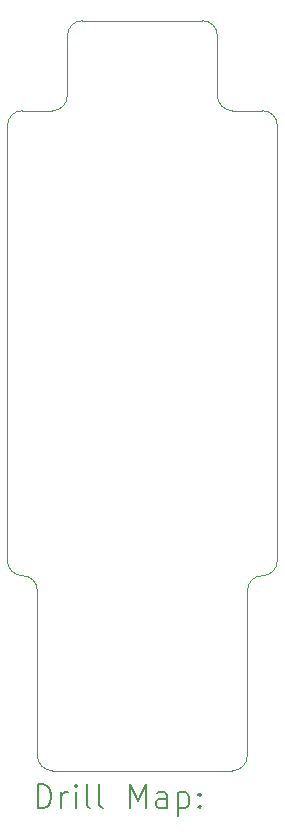
<source format=gbr>
%TF.GenerationSoftware,KiCad,Pcbnew,7.0.7*%
%TF.CreationDate,2023-09-17T23:45:08-06:00*%
%TF.ProjectId,dra818-breakout,64726138-3138-42d6-9272-65616b6f7574,1*%
%TF.SameCoordinates,Original*%
%TF.FileFunction,Drillmap*%
%TF.FilePolarity,Positive*%
%FSLAX45Y45*%
G04 Gerber Fmt 4.5, Leading zero omitted, Abs format (unit mm)*
G04 Created by KiCad (PCBNEW 7.0.7) date 2023-09-17 23:45:08*
%MOMM*%
%LPD*%
G01*
G04 APERTURE LIST*
%ADD10C,0.100000*%
%ADD11C,0.200000*%
G04 APERTURE END LIST*
D10*
X14224000Y-12827000D02*
G75*
G03*
X14351000Y-12954000I127000J0D01*
G01*
X14478000Y-6731000D02*
X14478000Y-7239000D01*
X16129000Y-11303000D02*
G75*
G03*
X16256000Y-11176000I0J127000D01*
G01*
X14097000Y-7366000D02*
X14351000Y-7366000D01*
X13970000Y-11176000D02*
G75*
G03*
X14097000Y-11303000I127000J0D01*
G01*
X16256000Y-7493000D02*
G75*
G03*
X16129000Y-7366000I-127000J0D01*
G01*
X16002000Y-11430000D02*
X16002000Y-12827000D01*
X14605000Y-6604000D02*
G75*
G03*
X14478000Y-6731000I0J-127000D01*
G01*
X15875000Y-12954000D02*
G75*
G03*
X16002000Y-12827000I0J127000D01*
G01*
X14097000Y-7366000D02*
G75*
G03*
X13970000Y-7493000I0J-127000D01*
G01*
X13970000Y-11176000D02*
X13970000Y-7493000D01*
X16256000Y-7493000D02*
X16256000Y-11176000D01*
X14351000Y-7366000D02*
G75*
G03*
X14478000Y-7239000I0J127000D01*
G01*
X14224000Y-11430000D02*
X14224000Y-12827000D01*
X15748000Y-6731000D02*
G75*
G03*
X15621000Y-6604000I-127000J0D01*
G01*
X15875000Y-7366000D02*
X16129000Y-7366000D01*
X14351000Y-12954000D02*
X15875000Y-12954000D01*
X14605000Y-6604000D02*
X15621000Y-6604000D01*
X14224000Y-11430000D02*
G75*
G03*
X14097000Y-11303000I-127000J0D01*
G01*
X15748000Y-7239000D02*
X15748000Y-6731000D01*
X15748000Y-7239000D02*
G75*
G03*
X15875000Y-7366000I127000J0D01*
G01*
X16129000Y-11303000D02*
G75*
G03*
X16002000Y-11430000I0J-127000D01*
G01*
D11*
X14225777Y-13270484D02*
X14225777Y-13070484D01*
X14225777Y-13070484D02*
X14273396Y-13070484D01*
X14273396Y-13070484D02*
X14301967Y-13080008D01*
X14301967Y-13080008D02*
X14321015Y-13099055D01*
X14321015Y-13099055D02*
X14330539Y-13118103D01*
X14330539Y-13118103D02*
X14340062Y-13156198D01*
X14340062Y-13156198D02*
X14340062Y-13184769D01*
X14340062Y-13184769D02*
X14330539Y-13222865D01*
X14330539Y-13222865D02*
X14321015Y-13241912D01*
X14321015Y-13241912D02*
X14301967Y-13260960D01*
X14301967Y-13260960D02*
X14273396Y-13270484D01*
X14273396Y-13270484D02*
X14225777Y-13270484D01*
X14425777Y-13270484D02*
X14425777Y-13137150D01*
X14425777Y-13175246D02*
X14435301Y-13156198D01*
X14435301Y-13156198D02*
X14444824Y-13146674D01*
X14444824Y-13146674D02*
X14463872Y-13137150D01*
X14463872Y-13137150D02*
X14482920Y-13137150D01*
X14549586Y-13270484D02*
X14549586Y-13137150D01*
X14549586Y-13070484D02*
X14540062Y-13080008D01*
X14540062Y-13080008D02*
X14549586Y-13089531D01*
X14549586Y-13089531D02*
X14559110Y-13080008D01*
X14559110Y-13080008D02*
X14549586Y-13070484D01*
X14549586Y-13070484D02*
X14549586Y-13089531D01*
X14673396Y-13270484D02*
X14654348Y-13260960D01*
X14654348Y-13260960D02*
X14644824Y-13241912D01*
X14644824Y-13241912D02*
X14644824Y-13070484D01*
X14778158Y-13270484D02*
X14759110Y-13260960D01*
X14759110Y-13260960D02*
X14749586Y-13241912D01*
X14749586Y-13241912D02*
X14749586Y-13070484D01*
X15006729Y-13270484D02*
X15006729Y-13070484D01*
X15006729Y-13070484D02*
X15073396Y-13213341D01*
X15073396Y-13213341D02*
X15140062Y-13070484D01*
X15140062Y-13070484D02*
X15140062Y-13270484D01*
X15321015Y-13270484D02*
X15321015Y-13165722D01*
X15321015Y-13165722D02*
X15311491Y-13146674D01*
X15311491Y-13146674D02*
X15292443Y-13137150D01*
X15292443Y-13137150D02*
X15254348Y-13137150D01*
X15254348Y-13137150D02*
X15235301Y-13146674D01*
X15321015Y-13260960D02*
X15301967Y-13270484D01*
X15301967Y-13270484D02*
X15254348Y-13270484D01*
X15254348Y-13270484D02*
X15235301Y-13260960D01*
X15235301Y-13260960D02*
X15225777Y-13241912D01*
X15225777Y-13241912D02*
X15225777Y-13222865D01*
X15225777Y-13222865D02*
X15235301Y-13203817D01*
X15235301Y-13203817D02*
X15254348Y-13194293D01*
X15254348Y-13194293D02*
X15301967Y-13194293D01*
X15301967Y-13194293D02*
X15321015Y-13184769D01*
X15416253Y-13137150D02*
X15416253Y-13337150D01*
X15416253Y-13146674D02*
X15435301Y-13137150D01*
X15435301Y-13137150D02*
X15473396Y-13137150D01*
X15473396Y-13137150D02*
X15492443Y-13146674D01*
X15492443Y-13146674D02*
X15501967Y-13156198D01*
X15501967Y-13156198D02*
X15511491Y-13175246D01*
X15511491Y-13175246D02*
X15511491Y-13232388D01*
X15511491Y-13232388D02*
X15501967Y-13251436D01*
X15501967Y-13251436D02*
X15492443Y-13260960D01*
X15492443Y-13260960D02*
X15473396Y-13270484D01*
X15473396Y-13270484D02*
X15435301Y-13270484D01*
X15435301Y-13270484D02*
X15416253Y-13260960D01*
X15597205Y-13251436D02*
X15606729Y-13260960D01*
X15606729Y-13260960D02*
X15597205Y-13270484D01*
X15597205Y-13270484D02*
X15587682Y-13260960D01*
X15587682Y-13260960D02*
X15597205Y-13251436D01*
X15597205Y-13251436D02*
X15597205Y-13270484D01*
X15597205Y-13146674D02*
X15606729Y-13156198D01*
X15606729Y-13156198D02*
X15597205Y-13165722D01*
X15597205Y-13165722D02*
X15587682Y-13156198D01*
X15587682Y-13156198D02*
X15597205Y-13146674D01*
X15597205Y-13146674D02*
X15597205Y-13165722D01*
M02*

</source>
